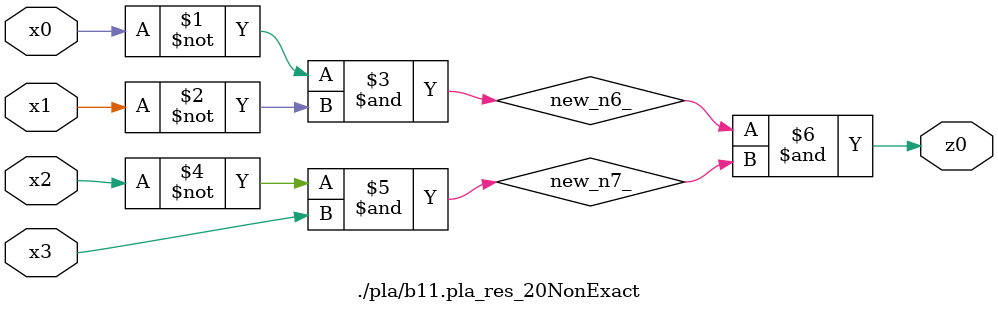
<source format=v>

module \./pla/b11.pla_res_20NonExact  ( 
    x0, x1, x2, x3,
    z0  );
  input  x0, x1, x2, x3;
  output z0;
  wire new_n6_, new_n7_;
  assign new_n6_ = ~x0 & ~x1;
  assign new_n7_ = ~x2 & x3;
  assign z0 = new_n6_ & new_n7_;
endmodule



</source>
